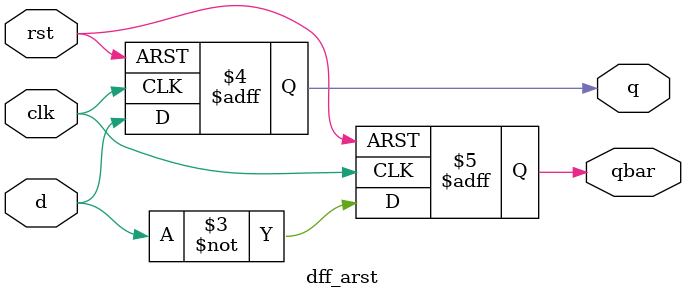
<source format=v>
`timescale 1ns / 1ps


module dff_arst(d,clk,rst,q,qbar);
    input d,clk,rst;
    output reg q,qbar;
    
    always@(posedge clk or negedge rst) begin
        if (!rst) begin         //...ACTIVE LOW ASYNCHRNOUS RESET......//
            q <= 0; 
            qbar <= 1;
        end
        else begin
            q <= d;
            qbar <= ~d;
        end
    end
endmodule

</source>
